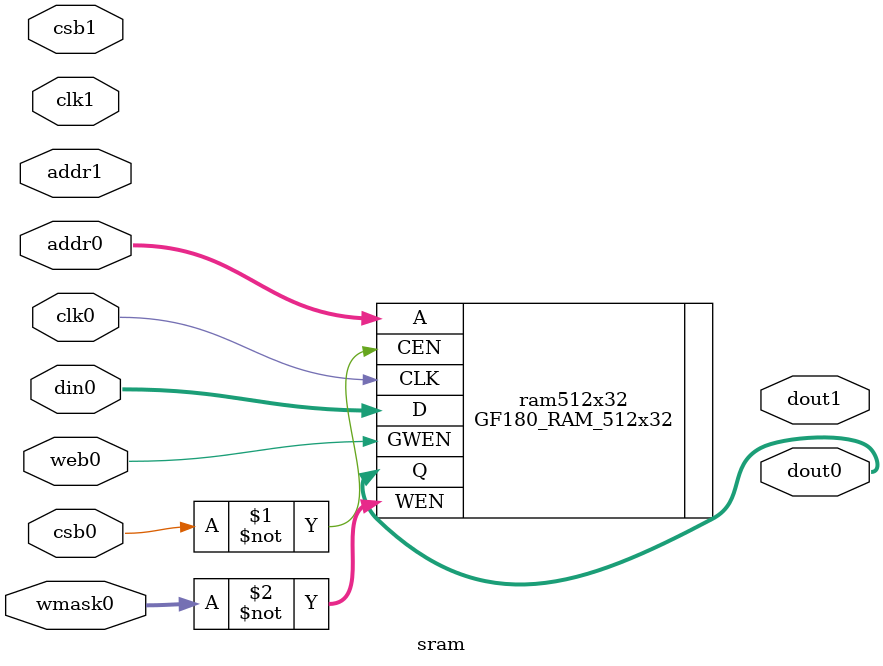
<source format=v>
module sram(
    `ifdef USE_POWER_PINS
    VDD,	 
    VSS,
    `endif
// Port 0: RW
    clk0,csb0,web0,wmask0,addr0,din0,dout0,
// Port 1: R
    clk1,csb1,addr1,dout1
);

    parameter   NUM_WMASKS  = 4 ;
    parameter   DATA_WIDTH  = 32 ;
    parameter   ADDR_WIDTH  = 9 ;
    parameter   RAM_DEPTH   = 1 << ADDR_WIDTH;

    input                   clk0; // clock
    input                   csb0; // active low chip select
    input                   web0; // active low write control
    input [NUM_WMASKS-1:0]  wmask0; // write mask
    input [ADDR_WIDTH-1:0]  addr0;
    input [DATA_WIDTH-1:0]  din0;
    output [DATA_WIDTH-1:0] dout0;
    input                   clk1; // clock
    input                   csb1; // active low chip select
    input [ADDR_WIDTH-1:0]  addr1;
    output [DATA_WIDTH-1:0] dout1;
    `ifdef USE_POWER_PINS
    inout VDD;
    inout VSS;
    `endif

    GF180_RAM_512x32 ram512x32 (    
                                    `ifdef USE_POWER_PINS
                                    .VDD(VDD), 
                                    .VSS(VSS),
                                    `endif
                                    .CLK(clk0), 
                                    .CEN(~csb0), 
                                    .GWEN(web0), 
                                    .WEN(~wmask0), 
                                    .A(addr0), 
                                    .D(din0), 
                                    .Q(dout0)
                                );

endmodule 

</source>
